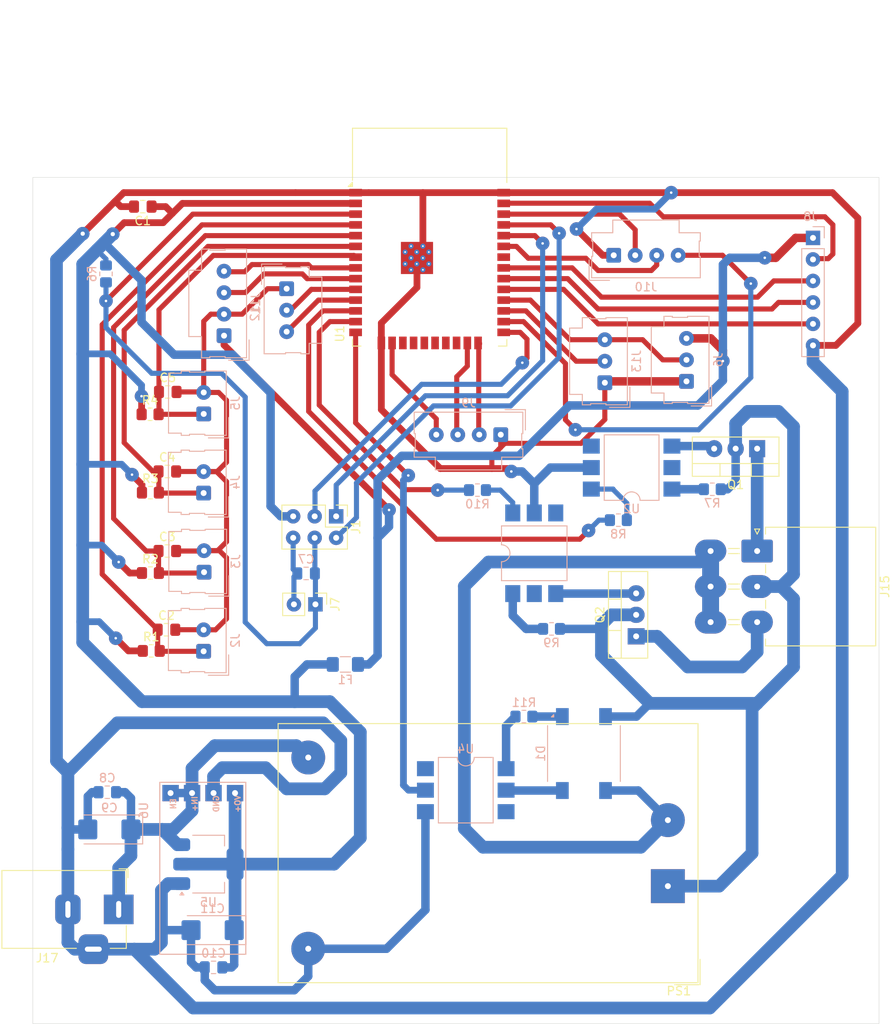
<source format=kicad_pcb>
(kicad_pcb (version 20240108) (generator "pcbnew") (generator_version "8.0")
  (layers (0 "F.Cu" signal) (31 "B.Cu" signal) (34 "B.Paste" user) (35 "F.Paste" user) (36 "B.SilkS" user "B.Silkscreen") (37 "F.SilkS" user "F.Silkscreen") (38 "B.Mask" user) (39 "F.Mask" user) (44 "Edge.Cuts" user))
  (net 0 "")
  (net 1 "+3.3V")
  (net 2 "GND")
  (net 3 "/In1")
  (net 4 "/In2")
  (net 5 "/In3")
  (net 6 "/In4")
  (net 7 "/EN")
  (net 8 "Net-(PS1-+Vout)")
  (net 9 "/NEUTRO")
  (net 10 "Net-(D1--)")
  (net 11 "/FASE")
  (net 12 "/380V")
  (net 13 "/D_led")
  (net 14 "+3.3V_fused")
  (net 15 "/DTR")
  (net 16 "/TXD0")
  (net 17 "/RXD0")
  (net 18 "/CE")
  (net 19 "/CLK")
  (net 20 "/MOSI")
  (net 21 "/MISO")
  (net 22 "/IN_A_N")
  (net 23 "/IN_A_P")
  (net 24 "/EN_A")
  (net 25 "/IN_B_N")
  (net 26 "/EN_B")
  (net 27 "/IN_B_P")
  (net 28 "/SDA")
  (net 29 "/SCL")
  (net 30 "/DAC_P")
  (net 31 "/RX2")
  (net 32 "Net-(Q1-G)")
  (net 33 "Net-(Q2-G)")
  (net 34 "Net-(R7-Pad1)")
  (net 35 "Net-(R8-Pad2)")
  (net 36 "/TRIAC_A")
  (net 37 "Net-(R9-Pad1)")
  (net 38 "Net-(R10-Pad2)")
  (net 39 "/TRIAC_B")
  (net 40 "Net-(R11-Pad2)")
  (net 41 "/DAC_N")
  (net 54 "/ZERO")
  (net 56 "Net-(J15-Pin_1)")
  (net 57 "Net-(J15-Pin_3)")
  (footprint "Resistor_SMD:R_0805_2012Metric_Pad1.20x1.40mm_HandSolder" (layer "F.Cu") (at 113.7 91.5)
    (property "Reference" "R2")
    (property "Value" "10K")
  )
  (footprint "Capacitor_SMD:C_0805_2012Metric_Pad1.18x1.45mm_HandSolder" (layer "F.Cu") (at 115.75 70.1)
    (property "Reference" "C5")
    (property "Value" "100nF")
  )
  (footprint "Package_TO_SOT_THT:TO-220-3_Vertical" (layer "F.Cu") (at 185.4 76.8 180)
    (property "Reference" "Q1")
    (property "Value" "BTA16-800B")
  )
  (footprint "Package_TO_SOT_THT:TO-220-3_Vertical" (layer "F.Cu") (at 171.1 98.98 90)
    (property "Reference" "Q2")
    (property "Value" "BTA16-800B")
  )
  (footprint "Capacitor_SMD:C_0805_2012Metric_Pad1.18x1.45mm_HandSolder" (layer "F.Cu") (at 112.8 48.2 180)
    (property "Reference" "C1")
    (property "Value" "10uF")
  )
  (footprint "Resistor_SMD:R_0805_2012Metric_Pad1.20x1.40mm_HandSolder" (layer "F.Cu") (at 113.8 100.7)
    (property "Reference" "R1")
    (property "Value" "10K")
  )
  (footprint "Connector_BarrelJack:BarrelJack_Horizontal" (layer "F.Cu") (at 109.95 131.25)
    (property "Reference" "J17")
    (property "Value" "In12V")
  )
  (footprint "RF_Module:ESP32-WROOM-32D" (layer "F.Cu") (at 146.7 54.8)
    (property "Reference" "U1")
    (property "Value" "ESP32-WROOM-32D")
  )
  (footprint "Resistor_SMD:R_0805_2012Metric_Pad1.20x1.40mm_HandSolder" (layer "F.Cu") (at 113.6625 72.74)
    (property "Reference" "R4")
    (property "Value" "10K")
  )
  (footprint "Connector_Molex:Molex_Mini-Fit_Jr_5569-06A2_2x03_P4.20mm_Horizontal" (layer "F.Cu") (at 185.4 88.9 -90)
    (property "Reference" "J15")
    (property "Value" "TRIAC_220VAC")
  )
  (footprint "Resistor_SMD:R_0805_2012Metric_Pad1.20x1.40mm_HandSolder" (layer "F.Cu") (at 113.7 82)
    (property "Reference" "R3")
    (property "Value" "10K")
  )
  (footprint "Converter_ACDC:Converter_ACDC_Hi-Link_HLK-10Mxx" (layer "F.Cu") (at 174.85 128.5 180)
    (property "Reference" "PS1")
    (property "Value" "HLK-10M05")
  )
  (footprint "Capacitor_SMD:C_0805_2012Metric_Pad1.18x1.45mm_HandSolder" (layer "F.Cu") (at 115.6 98.2)
    (property "Reference" "C2")
    (property "Value" "100nF")
  )
  (footprint "Capacitor_SMD:C_0805_2012Metric_Pad1.18x1.45mm_HandSolder" (layer "F.Cu") (at 115.7 88.9)
    (property "Reference" "C3")
    (property "Value" "100nF")
  )
  (footprint "Connector_PinHeader_2.54mm:PinHeader_2x03_P2.54mm_Vertical" (layer "F.Cu") (at 135.65 84.8 -90)
    (property "Reference" "J1")
    (property "Value" "PROG")
  )
  (footprint "Capacitor_SMD:C_0805_2012Metric_Pad1.18x1.45mm_HandSolder" (layer "F.Cu") (at 115.7 79.5)
    (property "Reference" "C4")
    (property "Value" "100nF")
  )
  (footprint "Connector_PinHeader_2.54mm:PinHeader_1x02_P2.54mm_Vertical" (layer "F.Cu") (at 133.2 95.2 -90)
    (property "Reference" "J7")
    (property "Value" "Reset")
  )
  (footprint "Capacitor_SMD:C_0805_2012Metric_Pad1.18x1.45mm_HandSolder" (layer "B.Cu") (at 121.1625 138.1 180)
    (property "Reference" "C10")
    (property "Value" "100nF")
  )
  (footprint "Resistor_SMD:R_0805_2012Metric_Pad1.20x1.40mm_HandSolder" (layer "B.Cu") (at 169 85.25)
    (property "Reference" "R8")
    (property "Value" "220")
  )
  (footprint "Connector_Molex:Molex_SL_171971-0003_1x03_P2.54mm_Vertical" (layer "B.Cu") (at 177.05 68.85 90)
    (property "Reference" "J6")
    (property "Value" "LED")
  )
  (footprint "Package_DIP:SMDIP-6_W9.53mm" (layer "B.Cu") (at 150.965 117.16 180)
    (property "Reference" "U4")
    (property "Value" "4N25")
  )
  (footprint "Connector_Molex:Molex_SL_171971-0002_1x02_P2.54mm_Vertical" (layer "B.Cu") (at 120.0375 91.4 90)
    (property "Reference" "J3")
    (property "Value" "Input2")
  )
  (footprint "Capacitor_SMD:C_0805_2012Metric_Pad1.18x1.45mm_HandSolder" (layer "B.Cu") (at 132.1 91.55 180)
    (property "Reference" "C7")
    (property "Value" "100nF")
  )
  (footprint "Connector_Molex:Molex_SL_171971-0004_1x04_P2.54mm_Vertical" (layer "B.Cu") (at 122.4 63.45 90)
    (property "Reference" "J11")
    (property "Value" "I2C")
  )
  (footprint "Connector_Molex:Molex_SL_171971-0004_1x04_P2.54mm_Vertical" (layer "B.Cu") (at 155.1 75.15 180)
    (property "Reference" "J9")
    (property "Value" "Motor_A")
  )
  (footprint "Package_TO_SOT_SMD:SOT-223-3_TabPin2" (layer "B.Cu") (at 120.55 125.9)
    (property "Reference" "U5")
    (property "Value" "AMS1117-3.3")
  )
  (footprint "Resistor_SMD:R_0805_2012Metric_Pad1.20x1.40mm_HandSolder" (layer "B.Cu") (at 152.35 81.7)
    (property "Reference" "R10")
    (property "Value" "220")
  )
  (footprint "Connector_Molex:Molex_SL_171971-0004_1x04_P2.54mm_Vertical" (layer "B.Cu") (at 168.45 53.95)
    (property "Reference" "J10")
    (property "Value" "Motor_B")
  )
  (footprint "Connector_Molex:Molex_SL_171971-0002_1x02_P2.54mm_Vertical" (layer "B.Cu") (at 119.9875 100.75 90)
    (property "Reference" "J2")
    (property "Value" "Input1")
  )
  (footprint "Fuse:Fuse_1206_3216Metric_Pad1.42x1.75mm_HandSolder" (layer "B.Cu") (at 136.7375 102.3)
    (property "Reference" "F1")
    (property "Value" "500mA")
  )
  (footprint "Capacitor_SMD:C_0805_2012Metric_Pad1.18x1.45mm_HandSolder" (layer "B.Cu") (at 108.6 117.4 180)
    (property "Reference" "C8")
    (property "Value" "100nF")
  )
  (footprint "Connector_Molex:Molex_SL_171971-0002_1x02_P2.54mm_Vertical" (layer "B.Cu") (at 120 72.7 90)
    (property "Reference" "J5")
    (property "Value" "Input4")
  )
  (footprint "Diode_SMD:Diode_Bridge_Vishay_DFS" (layer "B.Cu") (at 164.93 112.83 -90)
    (property "Reference" "D1")
    (property "Value" "MBL108S")
  )
  (footprint "Resistor_SMD:R_0805_2012Metric_Pad1.20x1.40mm_HandSolder" (layer "B.Cu") (at 157.84 108.46 180)
    (property "Reference" "R11")
    (property "Value" "120K")
  )
  (footprint "v0.1:HW-613" (layer "B.Cu") (at 124.97 116.23 -90)
    (property "Reference" "U6")
    (property "Value" "HW-613")
  )
  (footprint "Connector_Molex:Molex_SL_171971-0002_1x02_P2.54mm_Vertical" (layer "B.Cu") (at 119.9875 82.05 90)
    (property "Reference" "J4")
    (property "Value" "Input3")
  )
  (footprint "Resistor_SMD:R_0805_2012Metric_Pad1.20x1.40mm_HandSolder" (layer "B.Cu") (at 180.1 81.6)
    (property "Reference" "R7")
    (property "Value" "1K")
  )
  (footprint "Resistor_SMD:R_0805_2012Metric_Pad1.20x1.40mm_HandSolder" (layer "B.Cu") (at 108.45 56.15 -90)
    (property "Reference" "R6")
    (property "Value" "10K")
  )
  (footprint "Package_DIP:SMDIP-6_W9.53mm" (layer "B.Cu") (at 159.06 89.165 -90)
    (property "Reference" "U3" (hide yes))
    (property "Value" "MOC3041M")
  )
  (footprint "Resistor_SMD:R_0805_2012Metric_Pad1.20x1.40mm_HandSolder" (layer "B.Cu") (at 161.1 98.1)
    (property "Reference" "R9")
    (property "Value" "1K")
  )
  (footprint "Connector_Molex:Molex_SL_171971-0003_1x03_P2.54mm_Vertical" (layer "B.Cu") (at 129.8 57.9 -90)
    (property "Reference" "J12")
    (property "Value" "DAC")
  )
  (footprint "Package_DIP:SMDIP-6_W9.53mm" (layer "B.Cu") (at 170.565 79.04)
    (property "Reference" "U2")
    (property "Value" "MOC3041M")
  )
  (footprint "Connector_Molex:Molex_SL_171971-0003_1x03_P2.54mm_Vertical" (layer "B.Cu") (at 167.4 69.01 90)
    (property "Reference" "J13")
    (property "Value" "UART2")
  )
  (footprint "Connector_PinHeader_2.54mm:PinHeader_1x06_P2.54mm_Vertical" (layer "B.Cu") (at 192 51.9 180)
    (property "Reference" "J8")
    (property "Value" "SPI")
  )
  (footprint "Capacitor_Tantalum_SMD:CP_EIA-6032-28_Kemet-C_Pad2.25x2.35mm_HandSolder" (layer "B.Cu") (at 108.85 121.8 180)
    (property "Reference" "C9")
    (property "Value" "47uFxx35V")
  )
  (footprint "Capacitor_Tantalum_SMD:CP_EIA-6032-28_Kemet-C_Pad2.25x2.35mm_HandSolder" (layer "B.Cu") (at 121.05 133.7 180)
    (property "Reference" "C11")
    (property "Value" "22uFx16V")
  )
  (gr_rect (start 99.8 44.75) (end 199.8 144.75) (stroke (width 0.05)) (fill none) (layer "Edge.Cuts"))
  (segment (start 112.6625 72.74) (end 112.6625 70.6125) (width 0.8) (layer "F.Cu") (net 1))
  (segment (start 117.48 47.82) (end 137.95 47.82) (width 0.8) (layer "F.Cu") (net 1))
  (segment (start 112.8 100.7) (end 111.1 100.7) (width 0.8) (layer "F.Cu") (net 1))
  (segment (start 112.7 91.5) (end 111.25 91.5) (width 0.8) (layer "F.Cu") (net 1))
  (segment (start 112.6625 70.6125) (end 112.65 70.6) (width 0.8) (layer "F.Cu") (net 1))
  (segment (start 116.3 49) (end 115.5 48.2) (width 0.8) (layer "F.Cu") (net 1))
  (segment (start 115.5 48.2) (end 113.8375 48.2) (width 0.8) (layer "F.Cu") (net 1))
  (segment (start 112.7 82) (end 112.7 81.05) (width 0.8) (layer "F.Cu") (net 1))
  (segment (start 115.2 50.1) (end 116.3 49) (width 0.8) (layer "F.Cu") (net 1))
  (segment (start 116.3 49) (end 117.48 47.82) (width 0.8) (layer "F.Cu") (net 1))
  (segment (start 110.6 50.1) (end 115.2 50.1) (width 0.8) (layer "F.Cu") (net 1))
  (segment (start 111.1 100.7) (end 109.6 99.2) (width 0.8) (layer "F.Cu") (net 1))
  (segment (start 111.25 91.5) (end 109.95 90.2) (width 0.8) (layer "F.Cu") (net 1))
  (segment (start 109.25 51.45) (end 110.6 50.1) (width 0.8) (layer "F.Cu") (net 1))
  (segment (start 112.7 81.05) (end 111.525 79.875) (width 0.8) (layer "F.Cu") (net 1))
  (via (at 109.95 90.2) (size 1.6) (drill 0.3) (layers "F.Cu" "B.Cu") (net 1))
  (via (at 112.65 70.6) (size 1.6) (drill 0.3) (layers "F.Cu" "B.Cu") (net 1))
  (via (at 109.6 99.2) (size 1.6) (drill 0.3) (layers "F.Cu" "B.Cu") (net 1))
  (via (at 111.525 79.875) (size 1.6) (drill 0.3) (layers "F.Cu" "B.Cu") (net 1))
  (via (at 109.25 51.45) (size 1.6) (drill 0.5) (layers "F.Cu" "B.Cu") (net 1))
  (segment (start 105.7 78.65) (end 110.3 78.65) (width 0.8) (layer "B.Cu") (net 1))
  (segment (start 129.1 84.8) (end 127.9 83.6) (width 1) (layer "B.Cu") (net 1))
  (segment (start 112.65 61.85) (end 112.65 56.9) (width 1) (layer "B.Cu") (net 1))
  (segment (start 108.45 54.4) (end 107.375 53.325) (width 0.6) (layer "B.Cu") (net 1))
  (segment (start 116.5 65.7) (end 112.65 61.85) (width 1) (layer "B.Cu") (net 1))
  (segment (start 108.225 52.475) (end 107.375 53.325) (width 1.5) (layer "B.Cu") (net 1))
  (segment (start 105.7 55) (end 105.7 65.6) (width 1.5) (layer "B.Cu") (net 1))
  (segment (start 108.95 65.6) (end 105.7 65.6) (width 0.8) (layer "B.Cu") (net 1))
  (segment (start 112.65 70.6) (end 112.65 69.3) (width 0.8) (layer "B.Cu") (net 1))
  (segment (start 112.65 69.3) (end 108.95 65.6) (width 0.8) (layer "B.Cu") (net 1))
  (segment (start 107.65 97.25) (end 105.7 97.25) (width 0.8) (layer "B.Cu") (net 1))
  (segment (start 123.7 125.9) (end 123.7 117.5) (width 1.5) (layer "B.Cu") (net 1))
  (segment (start 123.4 65.7) (end 116.5 65.7) (width 1) (layer "B.Cu") (net 1))
  (segment (start 130.75 103.75) (end 130.75 106.7) (width 1) (layer "B.Cu") (net 1))
  (segment (start 134.9 106.7) (end 138.5 110.3) (width 1.5) (layer "B.Cu") (net 1))
  (segment (start 117.4 125.9) (end 123.7 125.9) (width 1.5) (layer "B.Cu") (net 1))
  (segment (start 135.25 102.3) (end 132.2 102.3) (width 1) (layer "B.Cu") (net 1))
  (segment (start 127.9 83.6) (end 127.9 70.2) (width 1) (layer "B.Cu") (net 1))
  (segment (start 110.3 78.65) (end 111.525 79.875) (width 0.8) (layer "B.Cu") (net 1))
  (segment (start 105.7 78.65) (end 105.7 88.2) (width 1.5) (layer "B.Cu") (net 1))
  (segment (start 135.4 125.9) (end 123.7 125.9) (width 1.5) (layer "B.Cu") (net 1))
  (segment (start 130.75 106.7) (end 134.9 106.7) (width 1.5) (layer "B.Cu") (net 1))
  (segment (start 105.7 65.6) (end 105.7 78.65) (width 1.5) (layer "B.Cu") (net 1))
  (segment (start 105.7 97.25) (end 105.7 99.7) (width 1.5) (layer "B.Cu") (net 1))
  (segment (start 122.2 138.1) (end 123.3 138.1) (width 1) (layer "B.Cu") (net 1))
  (segment (start 109.25 51.45) (end 108.225 52.475) (width 1.5) (layer "B.Cu") (net 1))
  (segment (start 109.6 99.2) (end 107.65 97.25) (width 0.8) (layer "B.Cu") (net 1))
  (segment (start 127.9 70.2) (end 123.4 65.7) (width 1) (layer "B.Cu") (net 1))
  (segment (start 123.7 133.6) (end 123.6 133.7) (width 1) (layer "B.Cu") (net 1))
  (segment (start 138.5 122.8) (end 135.4 125.9) (width 1.5) (layer "B.Cu") (net 1))
  (segment (start 107.95 88.2) (end 109.95 90.2) (width 0.8) (layer "B.Cu") (net 1))
  (segment (start 107.375 53.325) (end 105.7 55) (width 1.5) (layer "B.Cu") (net 1))
  (segment (start 123.7 125.9) (end 123.7 133.6) (width 1.5) (layer "B.Cu") (net 1))
  (segment (start 123.3 138.1) (end 123.6 137.8) (width 1) (layer "B.Cu") (net 1))
  (segment (start 123.6 137.8) (end 123.6 133.7) (width 1) (layer "B.Cu") (net 1))
  (segment (start 112.65 56.9) (end 108.225 52.475) (width 1) (layer "B.Cu") (net 1))
  (segment (start 108.45 55.15) (end 108.45 54.4) (width 0.6) (layer "B.Cu") (net 1))
  (segment (start 105.7 88.2) (end 105.7 97.25) (width 1.5) (layer "B.Cu") (net 1))
  (segment (start 132.2 102.3) (end 130.75 103.75) (width 1) (layer "B.Cu") (net 1))
  (segment (start 138.5 110.3) (end 138.5 122.8) (width 1.5) (layer "B.Cu") (net 1))
  (segment (start 130.57 84.8) (end 129.1 84.8) (width 1) (layer "B.Cu") (net 1))
  (segment (start 105.7 99.7) (end 112.7 106.7) (width 1.5) (layer "B.Cu") (net 1))
  (segment (start 112.7 106.7) (end 130.75 106.7) (width 1.5) (layer "B.Cu") (net 1))
  (segment (start 105.7 88.2) (end 107.95 88.2) (width 0.8) (layer "B.Cu") (net 1))
  (segment (start 140.99 64.31) (end 140.99 72.19) (width 0.8) (layer "F.Cu") (net 2))
  (segment (start 167.4 73.358328) (end 164.587181 76.171147) (width 0.6) (layer "F.Cu") (net 2))
  (segment (start 122.4 60.91) (end 120.84 60.91) (width 0.6) (layer "F.Cu") (net 2))
  (segment (start 120 61.75) (end 120 70.16) (width 0.6) (layer "F.Cu") (net 2))
  (segment (start 123.4 46.5) (end 126.9 46.5) (width 0) (layer "F.Cu") (net 2))
  (segment (start 140.99 72.19) (end 147.95 79.15) (width 0.8) (layer "F.Cu") (net 2))
  (segment (start 154.875 76.875) (end 154.05 77.7) (width 0.6) (layer "F.Cu") (net 2))
  (segment (start 154.05 79.15) (end 156 79.15) (width 0.8) (layer "F.Cu") (net 2))
  (segment (start 155.1 76.65) (end 154.875 76.875) (width 0.6) (layer "F.Cu") (net 2))
  (segment (start 122.7 89.7) (end 122.7 96.9) (width 0.6) (layer "F.Cu") (net 2))
  (segment (start 155.45 46.55) (end 175.242211 46.55) (width 0.8) (layer "F.Cu") (net 2))
  (segment (start 105.7 51.4) (end 108.5 48.6) (width 0.8) (layer "F.Cu") (net 2))
  (segment (start 116.7375 79.5) (end 119.9775 79.5) (width 0.6) (layer "F.Cu") (net 2))
  (segment (start 122.4 60.91) (end 124.54 60.91) (width 0.6) (layer "F.Cu") (net 2))
  (segment (start 119.94 70.1) (end 120 70.16) (width 0.6) (layer "F.Cu") (net 2))
  (segment (start 116.7375 88.9) (end 119.9975 88.9) (width 0.6) (layer "F.Cu") (net 2))
  (segment (start 167.56 68.85) (end 167.4 69.01) (width 1) (layer "F.Cu") (net 2))
  (segment (start 121.86 88.86) (end 122.7 89.7) (width 0.6) (layer "F.Cu") (net 2))
  (segment (start 147.95 79.15) (end 154.05 79.15) (width 0.8) (layer "F.Cu") (net 2))
  (segment (start 130.85 46.55) (end 139.5 46.55) (width 0.8) (layer "F.Cu") (net 2))
  (segment (start 145.9 52.87) (end 145.9 46.55) (width 0.8) (layer "F.Cu") (net 2))
  (segment (start 154.05 77.7) (end 154.05 79.15) (width 0.6) (layer "F.Cu") (net 2))
  (segment (start 139.5 46.55) (end 145.9 46.55) (width 0.8) (layer "F.Cu") (net 2))
  (segment (start 167.4 69.01) (end 167.4 73.358328) (width 0.6) (layer "F.Cu") (net 2))
  (segment (start 167.15 53.95) (end 164.05 50.85) (width 0.8) (layer "F.Cu") (net 2))
  (segment (start 130.85 46.55) (end 110.55 46.55) (width 0.8) (layer "F.Cu") (net 2))
  (segment (start 119.9975 88.9) (end 120.0375 88.86) (width 0.6) (layer "F.Cu") (net 2))
  (segment (start 122.7 96.9) (end 121.39 98.21) (width 0.6) (layer "F.Cu") (net 2))
  (segment (start 119.9775 79.5) (end 119.9875 79.51) (width 0.6) (layer "F.Cu") (net 2))
  (segment (start 122.7 80.7) (end 121.51 79.51) (width 0.6) (layer "F.Cu") (net 2))
  (segment (start 121.51 79.51) (end 119.9875 79.51) (width 0.6) (layer "F.Cu") (net 2))
  (segment (start 121.59 79.51) (end 119.9875 79.51) (width 0.6) (layer "F.Cu") (net 2))
  (segment (start 194.3 46.55) (end 197.3 49.55) (width 0.8) (layer "F.Cu") (net 2))
  (segment (start 164.587181 76.171147) (end 155.578853 76.171147) (width 0.6) (layer "F.Cu") (net 2))
  (segment (start 120.0375 88.86) (end 121.64 88.86) (width 0.6) (layer "F.Cu") (net 2))
  (segment (start 194.7 64.6) (end 192 64.6) (width 0.8) (layer "F.Cu") (net 2))
  (segment (start 121.64 88.86) (end 122.7 87.8) (width 0.6) (layer "F.Cu") (net 2))
  (segment (start 121.76 70.16) (end 122.7 71.1) (width 0.6) (layer "F.Cu") (net 2))
  (segment (start 120.84 60.91) (end 120 61.75) (width 0.6) (layer "F.Cu") (net 2))
  (segment (start 155.1 75.15) (end 155.1 76.65) (width 0.6) (layer "F.Cu") (net 2))
  (segment (start 197.3 62) (end 194.7 64.6) (width 0.8) (layer "F.Cu") (net 2))
  (segment (start 121.39 98.21) (end 119.9875 98.21) (width 0.6) (layer "F.Cu") (net 2))
  (segment (start 168.45 53.95) (end 167.15 53.95) (width 0.8) (layer "F.Cu") (net 2))
  (segment (start 109.4 47.7) (end 108.5 48.6) (width 0.8) (layer "F.Cu") (net 2))
  (segment (start 110.2 48.2) (end 109.55 47.55) (width 0.8) (layer "F.Cu") (net 2))
  (segment (start 122.7 78.4) (end 121.59 79.51) (width 0.6) (layer "F.Cu") (net 2))
  (segment (start 116.6375 98.2) (end 119.9775 98.2) (width 0.6) (layer "F.Cu") (net 2))
  (segment (start 156 79.15) (end 156.35 79.5) (width 0.8) (layer "F.Cu") (net 2))
  (segment (start 122.7 87.8) (end 122.7 80.7) (width 0.6) (layer "F.Cu") (net 2))
  (segment (start 140.99 61.96) (end 140.99 64.31) (width 0.8) (layer "F.Cu") (net 2))
  (segment (start 116.7875 70.1) (end 119.94 70.1) (width 0.6) (layer "F.Cu") (net 2))
  (segment (start 119.9775 98.2) (end 119.9875 98.21) (width 0.6) (layer "F.Cu") (net 2))
  (segment (start 155.45 46.55) (end 145.9 46.55) (width 0.8) (layer "F.Cu") (net 2))
  (segment (start 197.3 49.55) (end 197.3 62) (width 0.8) (layer "F.Cu") (net 2))
  (segment (start 124.54 60.91) (end 127.55 57.9) (width 0.6) (layer "F.Cu") (net 2))
  (segment (start 120.0375 88.86) (end 121.86 88.86) (width 0.6) (layer "F.Cu") (net 2))
  (segment (start 155.578853 76.171147) (end 154.875 76.875) (width 0.6) (layer "F.Cu") (net 2))
  (segment (start 110.55 46.55) (end 109.4 47.7) (width 0.8) (layer "F.Cu") (net 2))
  (segment (start 175.242211 46.55) (end 194.3 46.55) (width 0.8) (layer "F.Cu") (net 2))
  (segment (start 127.55 57.9) (end 129.8 57.9) (width 0.6) (layer "F.Cu") (net 2))
  (segment (start 120 70.16) (end 121.76 70.16) (width 0.6) (layer "F.Cu") (net 2))
  (segment (start 111.7625 48.2) (end 110.2 48.2) (width 0.8) (layer "F.Cu") (net 2))
  (segment (start 177.05 68.85) (end 167.56 68.85) (width 1) (layer "F.Cu") (net 2))
  (segment (start 122.7 71.1) (end 122.7 78.4) (width 0.6) (layer "F.Cu") (net 2))
  (segment (start 145.2 54.27) (end 145.2 57.75) (width 0.8) (layer "F.Cu") (net 2))
  (segment (start 145.2 57.75) (end 140.99 61.96) (width 0.8) (layer "F.Cu") (net 2))
  (via (at 175.242211 46.55) (size 1.6) (drill 0.3) (layers "F.Cu" "B.Cu") (net 2))
  (via (at 105.7 51.4) (size 1.6) (drill 0.5) (layers "F.Cu" "B.Cu") (net 2))
  (via (at 164.05 50.85) (size 1.6) (drill 0.3) (layers "F.Cu" "B.Cu") (net 2))
  (via (at 156.35 79.5) (size 1.6) (drill 0.3) (layers "F.Cu" "B.Cu") (net 2))
  (segment (start 146.2 119.7) (end 146.2 131.3) (width 1) (layer "B.Cu") (net 2))
  (segment (start 103.95 135.15) (end 103.95 131.25) (width 1.5) (layer "B.Cu") (net 2))
  (segment (start 127.3 114.5) (end 122.2 114.5) (width 1.5) (layer "B.Cu") (net 2))
  (segment (start 119.1 138.1) (end 118.5 137.5) (width 1) (layer "B.Cu") (net 2))
  (segment (start 159.06 80.94) (end 157.62 79.5) (width 1) (layer "B.Cu") (net 2))
  (segment (start 130.66 95.2) (end 130.66 91.9525) (width 0.6) (layer "B.Cu") (net 2))
  (segment (start 102.6 54.5) (end 102.6 113.7) (width 1.5) (layer "B.Cu") (net 2))
  (segment (start 121.16 115.54) (end 121.16 117.5) (width 1.5) (layer "B.Cu") (net 2))
  (segment (start 109.8 109.2) (end 134.1 109.2) (width 1.5) (layer "B.Cu") (net 2))
  (segment (start 117.4 128.2) (end 115.8 128.2) (width 1.5) (layer "B.Cu") (net 2))
  (segment (start 107.5625 117.4) (end 106.8 117.4) (width 1) (layer "B.Cu") (net 2))
  (segment (start 157.62 79.5) (end 156.35 79.5) (width 1) (layer "B.Cu") (net 2))
  (segment (start 118.75 142.9) (end 179.8 142.9) (width 1.5) (layer "B.Cu") (net 2))
  (segment (start 111.8 135.95) (end 118.75 142.9) (width 1.5) (layer "B.Cu") (net 2))
  (segment (start 118.5 133.7) (end 115 133.7) (width 1) (layer "B.Cu") (net 2))
  (segment (start 115 129) (end 115 133.7) (width 1.5) (layer "B.Cu") (net 2))
  (segment (start 141.6 135.9) (end 132.35 135.9) (width 1) (layer "B.Cu") (net 2))
  (segment (start 103.95 124.15) (end 103.95 121.6) (width 1.5) (layer "B.Cu") (net 2))
  (segment (start 132.35 139.15) (end 132.35 135.9) (width 1) (layer "B.Cu") (net 2))
  (segment (start 130.66 91.9525) (end 131.0625 91.55) (width 0.6) (layer "B.Cu") (net 2))
  (segment (start 159.06 80.94) (end 160.96 79.04) (width 1) (layer "B.Cu") (net 2))
  (segment (start 192 66.6) (end 192 64.6) (width 1.5) (layer "B.Cu") (net 2))
  (segment (start 146.2 131.3) (end 141.6 135.9) (width 1) (layer "B.Cu") (net 2))
  (segment (start 129.8 117) (end 127.3 114.5) (width 1.5) (layer "B.Cu") (net 2))
  (segment (start 159.06 84.4) (end 159.06 80.94) (width 1) (layer "B.Cu") (net 2))
  (segment (start 136.2 115.1) (end 134.3 117) (width 1.5) (layer "B.Cu") (net 2))
  (segment (start 103.95 115.05) (end 104.5 114.5) (width 1.5) (layer "B.Cu") (net 2))
  (segment (start 134.3 117) (end 129.8 117) (width 1.5) (layer "B.Cu") (net 2))
  (segment (start 166.4 48.5) (end 164.05 50.85) (width 0.8) (layer "B.Cu") (net 2))
  (segment (start 106.3 117.9) (end 106.3 121.8) (width 1) (layer "B.Cu") (net 2))
  (segment (start 106.3 121.8) (end 104.15 121.8) (width 1) (layer "B.Cu") (net 2))
  (segment (start 120.125 139.625) (end 121.3 140.8) (width 1) (layer "B.Cu") (net 2))
  (segment (start 195.45 127.25) (end 195.45 70.05) (width 1.5) (layer "B.Cu") (net 2))
  (segment (start 195.45 70.05) (end 192 66.6) (width 1.5) (layer "B.Cu") (net 2))
  (segment (start 179.8 142.9) (end 195.45 127.25) (width 1.5) (layer "B.Cu") (net 2))
  (segment (start 106.95 135.95) (end 104.75 135.95) (width 1.5) (layer "B.Cu") (net 2))
  (segment (start 121.3 140.8) (end 130.7 140.8) (width 1) (layer "B.Cu") (net 2))
  (segment (start 111.8 135.95) (end 114.2 135.95) (width 1.5) (layer "B.Cu") (net 2))
  (segment (start 103.95 131.25) (end 103.95 124.15) (width 1.5) (layer "B.Cu") (net 2))
  (segment (start 136.2 111.3) (end 136.2 115.1) (width 1.5) (layer "B.Cu") (net 2))
  (segment (start 103.95 121.6) (end 103.95 115.05) (width 1.5) (layer "B.Cu") (net 2))
  (segment (start 106.95 135.95) (end 111.8 135.95) (width 1.5) (layer "B.Cu") (net 2))
  (segment (start 175.242211 46.55) (end 173.292211 48.5) (width 0.8) (layer "B.Cu") (net 2))
  (segment (start 160.96 79.04) (end 165.8 79.04) (width 1) (layer "B.Cu") (net 2))
  (segment (start 106.8 117.4) (end 106.3 117.9) (width 1) (layer "B.Cu") (net 2))
  (segment (start 120.125 138.1) (end 119.1 138.1) (width 1) (layer "B.Cu") (net 2))
  (segment (start 115 135.15) (end 114.2 135.95) (width 1.5) (layer "B.Cu") (net 2))
  (segment (start 120.125 138.1) (end 120.125 139.625) (width 1) (layer "B.Cu") (net 2))
  (segment (start 122.2 114.5) (end 121.16 115.54) (width 1.5) (layer "B.Cu") (net 2))
  (segment (start 105.7 51.4) (end 102.6 54.5) (width 1.5) (layer "B.Cu") (net 2))
  (segment (start 104.5 114.5) (end 109.8 109.2) (width 1.5) (layer "B.Cu") (net 2))
  (segment (start 173.292211 48.5) (end 166.4 48.5) (width 0.8) (layer "B.Cu") (net 2))
  (segment (start 134.1 109.2) (end 136.2 111.3) (width 1.5) (layer "B.Cu") (net 2))
  (segment (start 115.8 128.2) (end 115 129) (width 1.5) (layer "B.Cu") (net 2))
  (segment (start 130.7 140.8) (end 132.35 139.15) (width 1) (layer "B.Cu") (net 2))
  (segment (start 104.75 135.95) (end 103.95 135.15) (width 1.5) (layer "B.Cu") (net 2))
  (segment (start 102.6 113.7) (end 103.95 115.05) (width 1.5) (layer "B.Cu") (net 2))
  (segment (start 115 133.7) (end 115 135.15) (width 1.5) (layer "B.Cu") (net 2))
  (segment (start 130.57 91.0575) (end 131.0625 91.55) (width 0.6) (layer "B.Cu") (net 2))
  (segment (start 118.5 137.5) (end 118.5 133.7) (width 1) (layer "B.Cu") (net 2))
  (segment (start 104.15 121.8) (end 103.95 121.6) (width 1) (layer "B.Cu") (net 2))
  (segment (start 130.57 87.34) (end 130.57 91.0575) (width 0.6) (layer "B.Cu") (net 2))
  (segment (start 119.79 50.36) (end 108 62.15) (width 0.6) (layer "F.Cu") (net 3))
  (segment (start 108 62.15) (end 108 91.6375) (width 0.6) (layer "F.Cu") (net 3))
  (segment (start 114.5625 98.2) (end 114.5625 100.4625) (width 0.6) (layer "F.Cu") (net 3))
  (segment (start 108 91.6375) (end 114.5625 98.2) (width 0.6) (layer "F.Cu") (net 3))
  (segment (start 114.5625 100.4625) (end 114.8 100.7) (width 0.6) (layer "F.Cu") (net 3))
  (segment (start 137.95 50.36) (end 119.79 50.36) (width 0.6) (layer "F.Cu") (net 3))
  (segment (start 119.9875 100.75) (end 114.85 100.75) (width 0.6) (layer "F.Cu") (net 3))
  (segment (start 114.85 100.75) (end 114.8 100.7) (width 0.6) (layer "F.Cu") (net 3))
  (segment (start 120.195 51.63) (end 109.35 62.475) (width 0.6) (layer "F.Cu") (net 4))
  (segment (start 114.6625 88.9) (end 114.6625 91.4625) (width 0.6) (layer "F.Cu") (net 4))
  (segment (start 113.2 88.9) (end 114.6625 88.9) (width 0.6) (layer "F.Cu") (net 4))
  (segment (start 114.6625 91.4625) (end 114.7 91.5) (width 0.6) (layer "F.Cu") (net 4))
  (segment (start 109.35 62.475) (end 109.35 85.05) (width 0.6) (layer "F.Cu") (net 4))
  (segment (start 109.35 85.05) (end 113.2 88.9) (width 0.6) (layer "F.Cu") (net 4))
  (segment (start 119.9375 91.5) (end 120.0375 91.4) (width 0.6) (layer "F.Cu") (net 4))
  (segment (start 114.7 91.5) (end 119.9375 91.5) (width 0.6) (layer "F.Cu") (net 4))
  (segment (start 137.95 51.63) (end 120.195 51.63) (width 0.6) (layer "F.Cu") (net 4))
  (segment (start 119.9875 82.05) (end 114.75 82.05) (width 0.6) (layer "F.Cu") (net 5))
  (segment (start 110.6 62.8) (end 110.6 76.1) (width 0.6) (layer "F.Cu") (net 5))
  (segment (start 137.95 52.9) (end 120.5 52.9) (width 0.6) (layer "F.Cu") (net 5))
  (segment (start 114.7 82) (end 114.7 79.5375) (width 0.6) (layer "F.Cu") (net 5))
  (segment (start 114.75 82.05) (end 114.7 82) (width 0.6) (layer "F.Cu") (net 5))
  (segment (start 110.6 76.1) (end 114 79.5) (width 0.6) (layer "F.Cu") (net 5))
  (segment (start 114.7 79.5375) (end 114.6625 79.5) (width 0.6) (layer "F.Cu") (net 5))
  (segment (start 114 79.5) (end 114.6625 79.5) (width 0.6) (layer "F.Cu") (net 5))
  (segment (start 120.5 52.9) (end 110.6 62.8) (width 0.6) (layer "F.Cu") (net 5))
  (segment (start 121.128737 53.971263) (end 137.751263 53.971263) (width 0.6) (layer "F.Cu") (net 6))
  (segment (start 114.6625 72.74) (end 119.96 72.74) (width 0.6) (layer "F.Cu") (net 6))
  (segment (start 114.7125 70.1) (end 114.7125 60.3875) (width 0.6) (layer "F.Cu") (net 6))
  (segment (start 114.7125 72.69) (end 114.6625 72.74) (width 0.6) (layer "F.Cu") (net 6))
  (segment (start 119.96 72.74) (end 120 72.7) (width 0.6) (layer "F.Cu") (net 6))
  (segment (start 114.7125 60.3875) (end 121.128737 53.971263) (width 0.6) (layer "F.Cu") (net 6))
  (segment (start 114.7125 70.1) (end 114.7125 72.69) (width 0.6) (layer "F.Cu") (net 6))
  (segment (start 137.751263 53.971263) (end 137.95 54.17) (width 0.6) (layer "F.Cu") (net 6))
  (segment (start 118.71 49.09) (end 108.45 59.35) (width 0.6) (layer "F.Cu") (net 7))
  (segment (start 137.95 49.09) (end 118.71 49.09) (width 0.6) (layer "F.Cu") (net 7))
  (via (at 108.45 59.35) (size 1.6) (drill 0.3) (layers "F.Cu" "B.Cu") (net 7))
  (segment (start 131.35 99.85) (end 133.2 98) (width 0.6) (layer "B.Cu") (net 7))
  (segment (start 133.1375 87.3675) (end 133.11 87.34) (width 0.6) (layer "B.Cu") (net 7))
  (segment (start 133.2 91.6125) (end 133.1375 91.55) (width 0.6) (layer "B.Cu") (net 7))
  (segment (start 133.2 98) (end 133.2 95.2) (width 0.6) (layer "B.Cu") (net 7))
  (segment (start 122.1 67.9) (end 124.9 70.7) (width 0.6) (layer "B.Cu") (net 7))
  (segment (start 124.9 70.7) (end 124.9 97.3) (width 0.6) (layer "B.Cu") (net 7))
  (segment (start 127.45 99.85) (end 131.35 99.85) (width 0.6) (layer "B.Cu") (net 7))
  (segment (start 133.2 95.2) (end 133.2 91.6125) (width 0.6) (layer "B.Cu") (net 7))
  (segment (start 133.1375 91.55) (end 133.1375 87.3675) (width 0.6) (layer "B.Cu") (net 7))
  (segment (start 108.45 59.35) (end 108.45 62.5) (width 0.6) (layer "B.Cu") (net 7))
  (segment (start 113.85 67.9) (end 122.1 67.9) (width 0.6) (layer "B.Cu") (net 7))
  (segment (start 108.45 62.5) (end 113.85 67.9) (width 0.6) (layer "B.Cu") (net 7))
  (segment (start 108.45 57.15) (end 108.45 59.35) (width 0.6) (layer "B.Cu") (net 7))
  (segment (start 124.9 97.3) (end 127.45 99.85) (width 0.6) (layer "B.Cu") (net 7))
  (segment (start 110.7 117.4) (end 111.4 118.1) (width 1) (layer "B.Cu") (net 8))
  (segment (start 118.62 119.58) (end 118.62 117.5) (width 1.5) (layer "B.Cu") (net 8))
  (segment (start 130.95 111.9) (end 121.3 111.9) (width 1.5) (layer "B.Cu") (net 8))
  (segment (start 117.4 123.6) (end 116.9 123.6) (width 1.5) (layer "B.Cu") (net 8))
  (segment (start 111.4 121.8) (end 115.1 121.8) (width 1.5) (layer "B.Cu") (net 8))
  (segment (start 109.95 126.35) (end 111.4 124.9) (width 1.5) (layer "B.Cu") (net 8))
  (segment (start 116.9 123.6) (end 115.1 121.8) (width 1.5) (layer "B.Cu") (net 8))
  (segment (start 116.08 117.5) (end 118.62 117.5) (width 1) (layer "B.Cu") (net 8))
  (segment (start 121.3 111.9) (end 118.62 114.58) (width 1.5) (layer "B.Cu") (net 8))
  (segment (start 111.4 124.9) (end 111.4 121.8) (width 1.5) (layer "B.Cu") (net 8))
  (segment (start 109.95 131.25) (end 109.95 126.35) (width 1.5) (layer "B.Cu") (net 8))
  (segment (start 115.1 121.8) (end 116.4 121.8) (width 1.5) (layer "B.Cu") (net 8))
  (segment (start 116.4 121.8) (end 118.62 119.58) (width 1.5) (layer "B.Cu") (net 8))
  (segment (start 109.6375 117.4) (end 110.7 117.4) (width 1) (layer "B.Cu") (net 8))
  (segment (start 132.35 113.3) (end 130.95 111.9) (width 1.5) (layer "B.Cu") (net 8))
  (segment (start 118.62 114.58) (end 118.62 117.5) (width 1.5) (layer "B.Cu") (net 8))
  (segment (start 111.4 118.1) (end 111.4 121.8) (width 1) (layer "B.Cu") (net 8))
  (segment (start 150.8 121.7) (end 153 123.9) (width 1.5) (layer "B.Cu") (net 9))
  (segment (start 179.9 93.1) (end 179.9 97.3) (width 2) (layer "B.Cu") (net 9))
  (segment (start 178.6 90.2) (end 153.65 90.2) (width 1.5) (layer "B.Cu") (net 9))
  (segment (start 171.65 123.9) (end 174.85 120.7) (width 1.5) (layer "B.Cu") (net 9))
  (segment (start 150.8 93.05) (end 150.8 121.7) (width 1.5) (layer "B.Cu") (net 9))
  (segment (start 153.65 90.2) (end 150.8 93.05) (width 1.5) (layer "B.Cu") (net 9))
  (segment (start 171.35 117.2) (end 174.85 120.7) (width 1) (layer "B.Cu") (net 9))
  (segment (start 179.9 88.9) (end 178.6 90.2) (width 1.5) (layer "B.Cu") (net 9))
  (segment (start 153 123.9) (end 171.65 123.9) (width 1.5) (layer "B.Cu") (net 9))
  (segment (start 179.9 88.9) (end 179.9 93.1) (width 2) (layer "B.Cu") (net 9))
  (segment (start 167.48 117.2) (end 171.35 117.2) (width 1) (layer "B.Cu") (net 9))
  (segment (start 162.38 117.2) (end 155.77 117.2) (width 1) (layer "B.Cu") (net 10))
  (segment (start 155.77 117.2) (end 155.73 117.16) (width 1) (layer "B.Cu") (net 10))
  (segment (start 188.25 93.1) (end 189.7 91.65) (width 1.5) (layer "B.Cu") (net 11))
  (segment (start 181.9 81.6) (end 182.86 80.64) (width 1) (layer "B.Cu") (net 11))
  (segment (start 187.9 72.4) (end 184.3 72.4) (width 1.5) (layer "B.Cu") (net 11))
  (segment (start 189.7 102.6) (end 185.4 106.9) (width 1.5) (layer "B.Cu") (net 11))
  (segment (start 185.4 106.9) (end 172.7 106.9) (width 1.5) (layer "B.Cu") (net 11))
  (segment (start 182.86 73.84) (end 182.86 76.8) (width 1.5) (layer "B.Cu") (net 11))
  (segment (start 174.85 128.5) (end 180.9 128.5) (width 1.5) (layer "B.Cu") (net 11))
  (segment (start 171.14 108.46) (end 172.7 106.9) (width 1) (layer "B.Cu") (net 11))
  (segment (start 162.1 98.1) (end 166.5 98.1) (width 1) (layer "B.Cu") (net 11))
  (segment (start 188.25 93.1) (end 189.7 94.55) (width 1.5) (layer "B.Cu") (net 11))
  (segment (start 189.7 74.2) (end 187.9 72.4) (width 1.5) (layer "B.Cu") (net 11))
  (segment (start 180.9 128.5) (end 184.8 124.6) (width 1.5) (layer "B.Cu") (net 11))
  (segment (start 167.48 108.46) (end 171.14 108.46) (width 1) (layer "B.Cu") (net 11))
  (segment (start 189.7 91.65) (end 189.7 74.2) (width 1.5) (layer "B.Cu") (net 11))
  (segment (start 167 97.6) (end 168.16 96.44) (width 1.5) (layer "B.Cu") (net 11))
  (segment (start 182.86 80.64) (end 182.86 76.8) (width 1) (layer "B.Cu") (net 11))
  (segment (start 167 101.2) (end 167 97.6) (width 1.5) (layer "B.Cu") (net 11))
  (segment (start 168.16 96.44) (end 171.1 96.44) (width 1.5) (layer "B.Cu") (net 11))
  (segment (start 185.4 93.1) (end 188.25 93.1) (width 1.5) (layer "B.Cu") (net 11))
  (segment (start 184.8 107.5) (end 185.4 106.9) (width 1.5) (layer "B.Cu") (net 11))
  (segment (start 166.5 98.1) (end 167 97.6) (width 1) (layer "B.Cu") (net 11))
  (segment (start 181.1 81.6) (end 181.9 81.6) (width 1) (layer "B.Cu") (net 11))
  (segment (start 189.7 94.55) (end 189.7 102.6) (width 1.5) (layer "B.Cu") (net 11))
  (segment (start 184.8 124.6) (end 184.8 107.5) (width 1.5) (layer "B.Cu") (net 11))
  (segment (start 172.7 106.9) (end 167 101.2) (width 1.5) (layer "B.Cu") (net 11))
  (segment (start 184.3 72.4) (end 182.86 73.84) (width 1.5) (layer "B.Cu") (net 11))
  (segment (start 162.38 108.46) (end 158.84 108.46) (width 1) (layer "B.Cu") (net 12))
  (segment (start 163.28 63.93) (end 167.4 63.93) (width 0.6) (layer "F.Cu") (net 13))
  (segment (start 158.6 59.25) (end 163.28 63.93) (width 0.6) (layer "F.Cu") (net 13))
  (segment (start 155.365 59.25) (end 158.6 59.25) (width 0.6) (layer "F.Cu") (net 13))
  (segment (start 171.87 63.93) (end 174.25 66.31) (width 0.6) (layer "F.Cu") (net 13))
  (segment (start 167.4 63.93) (end 171.87 63.93) (width 0.6) (layer "F.Cu") (net 13))
  (segment (start 174.25 66.31) (end 177.05 66.31) (width 0.6) (layer "F.Cu") (net 13))
  (segment (start 181.35 65.2) (end 181.35 66.45) (width 1) (layer "F.Cu") (net 14))
  (segment (start 187.6 54.25) (end 186.3 54.25) (width 1) (layer "F.Cu") (net 14))
  (segment (start 189.95 51.9) (end 187.6 54.25) (width 1) (layer "F.Cu") (net 14))
  (segment (start 177.05 63.77) (end 179.92 63.77) (width 1) (layer "F.Cu") (net 14))
  (segment (start 179.92 63.77) (end 181.35 65.2) (width 1) (layer "F.Cu") (net 14))
  (segment (start 141.9 84.05) (end 122.4 64.55) (width 0.8) (layer "F.Cu") (net 14))
  (segment (start 192 51.9) (end 189.95 51.9) (width 1) (layer "F.Cu") (net 14))
  (segment (start 122.4 64.55) (end 122.4 63.45) (width 0.8) (layer "F.Cu") (net 14))
  (via (at 141.9 84.05) (size 1.6) (drill 0.3) (layers "F.Cu" "B.Cu") (net 14))
  (via (at 181.35 66.45) (size 1.6) (drill 0.3) (layers "F.Cu" "B.Cu") (net 14))
  (via (at 186.3 54.25) (size 1.6) (drill 0.3) (layers "F.Cu" "B.Cu") (net 14))
  (segment (start 143.4 77.65) (end 157.25 77.65) (width 1) (layer "B.Cu") (net 14))
  (segment (start 163.2 71.7) (end 178.4 71.7) (width 1) (layer "B.Cu") (net 14))
  (segment (start 140.55 101.25) (end 139.5 102.3) (width 1) (layer "B.Cu") (net 14))
  (segment (start 141.9 84.05) (end 141.9 86) (width 1) (layer "B.Cu") (net 14))
  (segment (start 181.35 66.45) (end 181.35 55.054416) (width 1) (layer "B.Cu") (net 14))
  (segment (start 181.35 68.75) (end 181.35 66.45) (width 1) (layer "B.Cu") (net 14))
  (segment (start 140.55 80.5) (end 143.4 77.65) (width 1) (layer "B.Cu") (net 14))
  (segment (start 140.55 87.35) (end 140.55 80.5) (width 1) (layer "B.Cu") (net 14))
  (segment (start 181.727208 54.677208) (end 182.154415 54.25) (width 1) (layer "B.Cu") (net 14))
  (segment (start 140.55 87.35) (end 140.55 101.25) (width 1) (layer "B.Cu") (net 14))
  (segment (start 157.25 77.65) (end 163.2 71.7) (width 1) (layer "B.Cu") (net 14))
  (segment (start 181.35 55.054416) (end 181.727208 54.677208) (width 1) (layer "B.Cu") (net 14))
  (segment (start 178.4 71.7) (end 181.35 68.75) (width 1) (layer "B.Cu") (net 14))
  (segment (start 139.5 102.3) (end 138.225 102.3) (width 1) (layer "B.Cu") (net 14))
  (segment (start 182.154415 54.25) (end 186.3 54.25) (width 1) (layer "B.Cu") (net 14))
  (segment (start 141.9 86) (end 140.55 87.35) (width 1) (layer "B.Cu") (net 14))
  (segment (start 158.2 63.86) (end 157.4 63.06) (width 0.6) (layer "F.Cu") (net 15))
  (segment (start 157.65 66.65) (end 158.2 66.1) (width 0.6) (layer "F.Cu") (net 15))
  (segment (start 158.2 66.1) (end 158.2 63.86) (width 0.6) (layer "F.Cu") (net 15))
  (segment (start 157.4 63.06) (end 155.45 63.06) (width 0.6) (layer "F.Cu") (net 15))
  (via (at 157.65 66.65) (size 1.6) (drill 0.3) (layers "F.Cu" "B.Cu") (net 15))
  (segment (start 145.75 69.2) (end 155.15 69.2) (width 0.6) (layer "B.Cu") (net 15))
  (segment (start 155.15 69.2) (end 157.65 66.7) (width 0.6) (layer "B.Cu") (net 15))
  (segment (start 157.65 66.7) (end 157.65 66.65) (width 0.6) (layer "B.Cu") (net 15))
  (segment (start 133.15 85) (end 133.15 81.8) (width 0.6) (layer "B.Cu") (net 15))
  (segment (start 133.11 84.96) (end 133.15 85) (width 0.6) (layer "B.Cu") (net 15))
  (segment (start 133.11 84.8) (end 133.11 84.96) (width 0.6) (layer "B.Cu") (net 15))
  (segment (start 133.15 81.8) (end 145.75 69.2) (width 0.6) (layer "B.Cu") (net 15))
  (segment (start 161.01 50.36) (end 162 51.35) (width 0.6) (layer "F.Cu") (net 16))
  (segment (start 155.45 50.36) (end 161.01 50.36) (width 0.6) (layer "F.Cu") (net 16))
  (via (at 162 51.35) (size 1.6) (drill 0.3) (layers "F.Cu" "B.Cu") (net 16))
  (segment (start 138.05 80.85) (end 147.15 71.75) (width 0.6) (layer "B.Cu") (net 16))
  (segment (start 135.65 87.34) (end 138.05 84.94) (width 0.6) (layer "B.Cu") (net 16))
  (segment (start 156.26863 71.75) (end 162 66.01863) (width 0.6) (layer "B.Cu") (net 16))
  (segment (start 162 66.01863) (end 162 51.35) (width 0.6) (layer "B.Cu") (net 16))
  (segment (start 147.15 71.75) (end 156.26863 71.75) (width 0.6) (layer "B.Cu") (net 16))
  (segment (start 138.05 84.94) (end 138.05 80.85) (width 0.6) (layer "B.Cu") (net 16))
  (segment (start 155.45 51.63) (end 159.13 51.63) (width 0.6) (layer "F.Cu") (net 17))
  (segment (start 159.13 51.63) (end 160.05 52.55) (width 0.6) (layer "F.Cu") (net 17))
  (via (at 160.05 52.55) (size 1.6) (drill 0.3) (layers "F.Cu" "B.Cu") (net 17))
  (segment (start 135.65 81.1) (end 146.2 70.55) (width 0.6) (layer "B.Cu") (net 17))
  (segment (start 155.9 70.55) (end 160.05 66.4) (width 0.6) (layer "B.Cu") (net 17))
  (segment (start 146.2 70.55) (end 155.9 70.55) (width 0.6) (layer "B.Cu") (net 17))
  (segment (start 160.05 66.4) (end 160.05 52.55) (width 0.6) (layer "B.Cu") (net 17))
  (segment (start 135.65 84.8) (end 135.65 81.1) (width 0.6) (layer "B.Cu") (net 17))
  (segment (start 192 62.06) (end 192.35 62.41) (width 0.6) (layer "F.Cu") (net 18))
  (segment (start 155.45 57.98) (end 162.53 57.98) (width 0.6) (layer "F.Cu") (net 18))
  (segment (start 166.61 62.06) (end 192 62.06) (width 0.6) (layer "F.Cu") (net 18))
  (segment (start 162.53 57.98) (end 166.61 62.06) (width 0.6) (layer "F.Cu") (net 18))
  (segment (start 187.93 59.52) (end 187.15 60.3) (width 0.6) (layer "F.Cu") (net 19))
  (segment (start 187.15 60.3) (end 166.6 60.3) (width 0.6) (layer "F.Cu") (net 19))
  (segment (start 166.6 60.3) (end 163.01 56.71) (width 0.6) (layer "F.Cu") (net 19))
  (segment (start 192 59.52) (end 187.93 59.52) (width 0.6) (layer "F.Cu") (net 19))
  (segment (start 163.01 56.71) (end 155.45 56.71) (width 0.6) (layer "F.Cu") (net 19))
  (segment (start 155.45 47.82) (end 155.47 47.8) (width 0.6) (layer "F.Cu") (net 20))
  (segment (start 172.7 47.8) (end 174.3 49.4) (width 0.6) (layer "F.Cu") (net 20))
  (segment (start 194.35 53.8) (end 193.8 54.35) (width 0.6) (layer "F.Cu") (net 20))
  (segment (start 194.35 50.35) (end 194.35 53.8) (width 0.6) (layer "F.Cu") (net 20))
  (segment (start 193.8 54.35) (end 192.09 54.35) (width 0.6) (layer "F.Cu") (net 20))
  (segment (start 155.47 47.8) (end 172.7 47.8) (width 0.6) (layer "F.Cu") (net 20))
  (segment (start 192.09 54.35) (end 192 54.44) (width 0.6) (layer "F.Cu") (net 20))
  (segment (start 193.4 49.4) (end 194.35 50.35) (width 0.6) (layer "F.Cu") (net 20))
  (segment (start 174.3 49.4) (end 193.4 49.4) (width 0.6) (layer "F.Cu") (net 20))
  (segment (start 185.45 58.9) (end 167 58.9) (width 0.6) (layer "F.Cu") (net 21))
  (segment (start 163.54 55.44) (end 155.45 55.44) (width 0.6) (layer "F.Cu") (net 21))
  (segment (start 187.37 56.98) (end 185.45 58.9) (width 0.6) (layer "F.Cu") (net 21))
  (segment (start 192 56.98) (end 187.37 56.98) (width 0.6) (layer "F.Cu") (net 21))
  (segment (start 167 58.9) (end 163.54 55.44) (width 0.6) (layer "F.Cu") (net 21))
  (segment (start 152.5 75.09) (end 152.5 64.39) (width 0.6) (layer "F.Cu") (net 22))
  (segment (start 152.56 75.15) (end 152.5 75.09) (width 0.8) (layer "F.Cu") (net 22))
  (segment (start 152.5 64.39) (end 152.42 64.31) (width 0.8) (layer "F.Cu") (net 22))
  (segment (start 151.15 67.05) (end 151.15 64.31) (width 0.6) (layer "F.Cu") (net 23))
  (segment (start 150.02 75.15) (end 149.9 75.03) (width 0.8) (layer "F.Cu") (net 23))
  (segment (start 149.9 75.03) (end 149.9 68.3) (width 0.6) (layer "F.Cu") (net 23))
  (segment (start 149.9 68.3) (end 151.15 67.05) (width 0.6) (layer "F.Cu") (net 23))
  (segment (start 142.26 68.06) (end 147.48 73.28) (width 0.6) (layer "F.Cu") (net 24))
  (segment (start 147.48 73.28) (end 147.48 75.15) (width 0.6) (layer "F.Cu") (net 24))
  (segment (start 142.26 64.31) (end 142.26 68.06) (width 0.6) (layer "F.Cu") (net 24))
  (segment (start 170.99 53.95) (end 170.99 50.94) (width 0.6) (layer "F.Cu") (net 25))
  (segment (start 169.14 49.09) (end 155.45 49.09) (width 0.6) (layer "F.Cu") (net 25))
  (segment (start 170.99 50.94) (end 169.14 49.09) (width 0.6) (layer "F.Cu") (net 25))
  (segment (start 169.4 49.35) (end 169.14 49.09) (width 0.6) (layer "F.Cu") (net 25))
  (segment (start 155.45 61.79) (end 157.79 61.79) (width 0.6) (layer "F.Cu") (net 26))
  (segment (start 157.79 61.79) (end 162.75 66.75) (width 0.6) (layer "F.Cu") (net 26))
  (segment (start 181.3 53.95) (end 184.65 57.3) (width 0.6) (layer "F.Cu") (net 26))
  (segment (start 162.75 66.75) (end 162.75 73.396708) (width 0.6) (layer "F.Cu") (net 26))
  (segment (start 162.75 73.396708) (end 163.924439 74.571147) (width 0.6) (layer "F.Cu") (net 26))
  (segment (start 176.07 53.95) (end 181.3 53.95) (width 0.6) (layer "F.Cu") (net 26))
  (via (at 184.65 57.3) (size 1.6) (drill 0.3) (layers "F.Cu" "B.Cu") (net 26))
  (via (at 163.924439 74.571147) (size 1.6) (drill 0.3) (layers "F.Cu" "B.Cu") (net 26))
  (segment (start 184.65 68.4) (end 184.65 57.3) (width 0.6) (layer "B.Cu") (net 26))
  (segment (start 178.478853 74.571147) (end 184.65 68.4) (width 0.6) (layer "B.Cu") (net 26))
  (segment (start 163.924439 74.571147) (end 178.478853 74.571147) (width 0.6) (layer "B.Cu") (net 26))
  (segment (start 173.53 55.12) (end 173.53 53.95) (width 0.6) (layer "F.Cu") (net 27))
  (segment (start 165.15 54.3) (end 166.6 55.75) (width 0.6) (layer "F.Cu") (net 27))
  (segment (start 158.35 54.3) (end 165.15 54.3) (width 0.6) (layer "F.Cu") (net 27))
  (segment (start 166.6 55.75) (end 172.9 55.75) (width 0.6) (layer "F.Cu") (net 27))
  (segment (start 155.45 52.9) (end 156.95 52.9) (width 0.6) (layer "F.Cu") (net 27))
  (segment (start 156.95 52.9) (end 158.35 54.3) (width 0.6) (layer "F.Cu") (net 27))
  (segment (start 172.9 55.75) (end 173.53 55.12) (width 0.6) (layer "F.Cu") (net 27))
  (segment (start 124.85 55.9) (end 122.47 55.9) (width 0.6) (layer "F.Cu") (net 28))
  (segment (start 125.7 55.05) (end 124.85 55.9) (width 0.6) (layer "F.Cu") (net 28))
  (segment (start 132.35 55.05) (end 125.7 55.05) (width 0.6) (layer "F.Cu") (net 28))
  (segment (start 122.47 55.9) (end 122.4 55.83) (width 0.6) (layer "F.Cu") (net 28))
  (segment (start 132.74 55.44) (end 132.35 55.05) (width 0.6) (layer "F.Cu") (net 28))
  (segment (start 137.85 55.44) (end 132.74 55.44) (width 0.6) (layer "F.Cu") (net 28))
  (segment (start 124.95 58.35) (end 127.15 56.15) (width 0.6) (layer "F.Cu") (net 29))
  (segment (start 122.4 58.37) (end 122.42 58.35) (width 0.6) (layer "F.Cu") (net 29))
  (segment (start 131.65 56.15) (end 132.21 56.71) (width 0.6) (layer "F.Cu") (net 29))
  (segment (start 132.21 56.71) (end 137.85 56.71) (width 0.6) (layer "F.Cu") (net 29))
  (segment (start 122.42 58.35) (end 124.95 58.35) (width 0.6) (layer "F.Cu") (net 29))
  (segment (start 127.15 56.15) (end 131.65 56.15) (width 0.6) (layer "F.Cu") (net 29))
  (segment (start 132.72 57.98) (end 130.26 60.44) (width 0.6) (layer "F.Cu") (net 30))
  (segment (start 130.26 60.44) (end 129.8 60.44) (width 0.6) (layer "F.Cu") (net 30))
  (segment (start 137.85 57.98) (end 132.72 57.98) (width 0.6) (layer "F.Cu") (net 30))
  (segment (start 155.365 60.52) (end 158.07 60.52) (width 0.6) (layer "F.Cu") (net 31))
  (segment (start 158.07 60.52) (end 164.02 66.47) (width 0.6) (layer "F.Cu") (net 31))
  (segment (start 164.02 66.47) (end 167.4 66.47) (width 0.6) (layer "F.Cu") (net 31))
  (segment (start 180.02 76.5) (end 180.32 76.8) (width 1) (layer "B.Cu") (net 32))
  (segment (start 175.33 76.5) (end 180.02 76.5) (width 1) (layer "B.Cu") (net 32))
  (segment (start 161.6 93.93) (end 171.07 93.93) (width 1) (layer "B.Cu") (net 33))
  (segment (start 171.07 93.93) (end 171.1 93.9) (width 1) (layer "B.Cu") (net 33))
  (segment (start 179.1 81.6) (end 175.35 81.6) (width 1) (layer "B.Cu") (net 34))
  (segment (start 175.35 81.6) (end 175.33 81.58) (width 1) (layer "B.Cu") (net 34))
  (segment (start 168.37 81.58) (end 165.8 81.58) (width 0.6) (layer "B.Cu") (net 35))
  (segment (start 170 85.25) (end 170 83.25) (width 0.6) (layer "B.Cu") (net 35))
  (segment (start 168.37 81.62) (end 168.37 81.58) (width 0.6) (layer "B.Cu") (net 35))
  (segment (start 170 83.25) (end 168.37 81.62) (width 0.6) (layer "B.Cu") (net 35))
  (segment (start 137.85 60.52) (end 134.08 60.52) (width 0.6) (layer "F.Cu") (net 36))
  (segment (start 132.4 72.4) (end 147.5 87.5) (width 0.6) (layer "F.Cu") (net 36))
  (segment (start 147.5 87.5) (end 164.45 87.5) (width 0.6) (layer "F.Cu") (net 36))
  (segment (start 132.4 62.2) (end 132.4 72.4) (width 0.6) (layer "F.Cu") (net 36))
  (segment (start 164.45 87.5) (end 165.475 86.475) (width 0.6) (layer "F.Cu") (net 36))
  (segment (start 134.08 60.52) (end 132.4 62.2) (width 0.6) (layer "F.Cu") (net 36))
  (via (at 165.475 86.475) (size 1.6) (drill 0.3) (layers "F.Cu" "B.Cu") (net 36))
  (segment (start 168 85.25) (end 166.7 85.25) (width 0.6) (layer "B.Cu") (net 36))
  (segment (start 166.7 85.25) (end 165.475 86.475) (width 0.6) (layer "B.Cu") (net 36))
  (segment (start 156.52 96.52) (end 158.1 98.1) (width 1) (layer "B.Cu") (net 37))
  (segment (start 156.52 93.93) (end 156.52 96.52) (width 1) (layer "B.Cu") (net 37))
  (segment (start 158.1 98.1) (end 160.1 98.1) (width 1) (layer "B.Cu") (net 37))
  (segment (start 156.52 83.17) (end 155.05 81.7) (width 0.6) (layer "B.Cu") (net 38))
  (segment (start 155.05 81.7) (end 153.35 81.7) (width 0.6) (layer "B.Cu") (net 38))
  (segment (start 156.52 84.4) (end 156.52 83.17) (width 0.6) (layer "B.Cu") (net 38))
  (segment (start 147.6 81.65) (end 143.65 81.65) (width 0.6) (layer "F.Cu") (net 39))
  (segment (start 134.91 61.79) (end 137.95 61.79) (width 0.6) (layer "F.Cu") (net 39))
  (segment (start 133.65 71.65) (end 133.65 63.05) (width 0.6) (layer "F.Cu") (net 39))
  (segment (start 147.65 81.7) (end 147.6 81.65) (width 0.6) (layer "F.Cu") (net 39))
  (segment (start 143.65 81.65) (end 133.65 71.65) (width 0.6) (layer "F.Cu") (net 39))
  (segment (start 133.65 63.05) (end 134.91 61.79) (width 0.6) (layer "F.Cu") (net 39))
  (via (at 147.65 81.7) (size 1.6) (drill 0.3) (layers "F.Cu" "B.Cu") (net 39))
  (segment (start 151.35 81.7) (end 147.65 81.7) (width 0.6) (layer "B.Cu") (net 39))
  (segment (start 155.73 109.57) (end 156.84 108.46) (width 1) (layer "B.Cu") (net 40))
  (segment (start 155.73 114.62) (end 155.73 109.57) (width 1) (layer "B.Cu") (net 40))
  (segment (start 133.55 59.25) (end 129.82 62.98) (width 0.6) (layer "F.Cu") (net 41))
  (segment (start 137.85 59.25) (end 133.55 59.25) (width 0.6) (layer "F.Cu") (net 41))
  (segment (start 129.82 62.98) (end 129.8 62.98) (width 0.6) (layer "F.Cu") (net 41))
  (segment (start 137.95 73.749998) (end 144.17353 79.973528) (width 0.6) (layer "F.Cu") (net 54))
  (segment (start 137.95 63.06) (end 137.95 73.749998) (width 0.6) (layer "F.Cu") (net 54))
  (via (at 144.17353 79.973528) (size 1.6) (drill 0.3) (layers "F.Cu" "B.Cu") (net 54))
  (segment (start 143.6 116.56) (end 143.6 80.547058) (width 0.8) (layer "B.Cu") (net 54))
  (segment (start 143.6 80.547058) (end 144.17353 79.973528) (width 0.8) (layer "B.Cu") (net 54))
  (segment (start 144.2 117.16) (end 143.6 116.56) (width 0.8) (layer "B.Cu") (net 54))
  (segment (start 146.2 117.16) (end 144.2 117.16) (width 0.8) (layer "B.Cu") (net 54))
  (segment (start 185.4 88.9) (end 185.4 76.8) (width 1.5) (layer "B.Cu") (net 56))
  (segment (start 183.6 102.6) (end 177.2 102.6) (width 1.5) (layer "B.Cu") (net 57))
  (segment (start 185.4 100.8) (end 183.6 102.6) (width 1.5) (layer "B.Cu") (net 57))
  (segment (start 173.58 98.98) (end 171.1 98.98) (width 1.5) (layer "B.Cu") (net 57))
  (segment (start 185.4 97.3) (end 185.4 100.8) (width 1.5) (layer "B.Cu") (net 57))
  (segment (start 177.2 102.6) (end 173.58 98.98) (width 1.5) (layer "B.Cu") (net 57))
)
</source>
